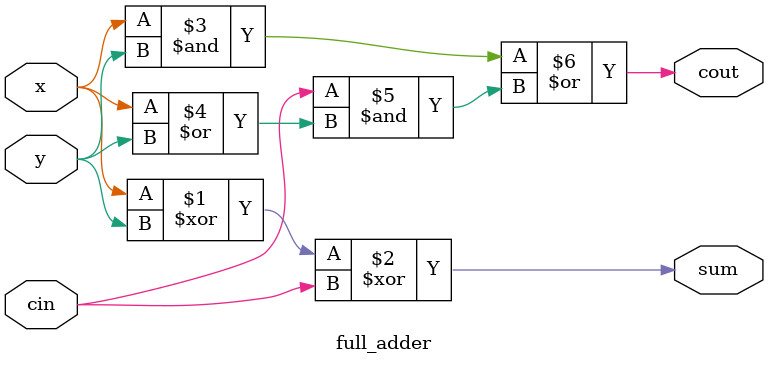
<source format=v>
module top_module (
    input [3:0] x,
    input [3:0] y, 
    output [4:0] sum
);
   wire c1, c2, c3;

    full_adder fa0 (.x(x[0]), .y(y[0]), .cin(1'b0), .sum(sum[0]), .cout(c1));
    full_adder fa1 (.x(x[1]), .y(y[1]), .cin(c1),   .sum(sum[1]), .cout(c2));
    full_adder fa2 (.x(x[2]), .y(y[2]), .cin(c2),   .sum(sum[2]), .cout(c3));
    full_adder fa3 (.x(x[3]), .y(y[3]), .cin(c3),   .sum(sum[3]), .cout(sum[4]));
  
    assign sum[4] = sum[4];
     
endmodule

       module full_adder(
           input x,y,
           input cin,
           output sum,cout
       );
         
           assign sum = x ^ y ^cin;
           assign cout = x & y | cin & (x | y);
         
       endmodule

</source>
